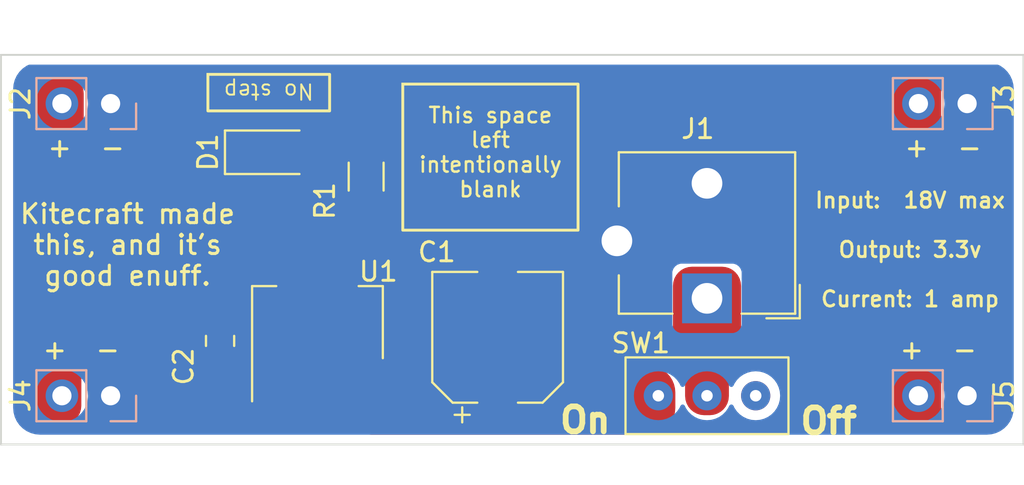
<source format=kicad_pcb>
(kicad_pcb (version 20211014) (generator pcbnew)
  (layers (0 "F.Cu" signal) (31 "B.Cu" signal) (34 "B.Paste" user) (35 "F.Paste" user) (36 "B.SilkS" user "B.Silkscreen") (37 "F.SilkS" user "F.Silkscreen") (38 "B.Mask" user) (39 "F.Mask" user) (44 "Edge.Cuts" user))
  (net 0 "")
  (net 1 "VCC")
  (net 2 "GND")
  (net 3 "+3V3")
  (net 4 "Net-(D1-Pad2)")
  (net 5 "Net-(J1-Pad1)")
  (footprint "Capacitor_SMD:CP_Elec_6.3x5.9" (layer "F.Cu") (at 124.968 108.712 90)
    (fp_text reference "C1" (at 4.445 -3.175 180) (layer "F.SilkS"))
    (fp_text value "C_Polarized")
    (fp_line (start -4.04375 -2.24125) (end -4.04375 -1.45375) (layer "F.SilkS") (width 0.12))
    (fp_line (start -3.41 -2.345563) (end -2.345563 -3.41) (layer "F.SilkS") (width 0.12))
    (fp_line (start 3.41 3.41) (end 3.41 1.06) (layer "F.SilkS") (width 0.12))
    (fp_line (start -4.4375 -1.8475) (end -3.65 -1.8475) (layer "F.SilkS") (width 0.12))
    (fp_line (start -2.345563 -3.41) (end 3.41 -3.41) (layer "F.SilkS") (width 0.12))
    (fp_line (start 3.41 -3.41) (end 3.41 -1.06) (layer "F.SilkS") (width 0.12))
    (fp_line (start -3.41 2.345563) (end -3.41 1.06) (layer "F.SilkS") (width 0.12))
    (fp_line (start -3.41 2.345563) (end -2.345563 3.41) (layer "F.SilkS") (width 0.12))
    (fp_line (start -3.41 -2.345563) (end -3.41 -1.06) (layer "F.SilkS") (width 0.12))
    (fp_line (start -2.345563 3.41) (end 3.41 3.41) (layer "F.SilkS") (width 0.12))
    (pad "1" smd roundrect (at -2.8 0 90) (size 3.5 1.6) (layers "F.Cu" "F.Paste" "F.Mask") (roundrect_rratio 0.15625) (net 1 "VCC"))
    (pad "2" smd roundrect (at 2.8 0 90) (size 3.5 1.6) (layers "F.Cu" "F.Paste" "F.Mask") (roundrect_rratio 0.15625) (net 2 "GND"))
  )
  (footprint "Kitecraft_Terminal_Blocks:BarrelJack_CUI_PJ-102AH_Horizontal_3_Pin_Short" (layer "F.Cu") (at 135.89 106.68 180)
    (fp_text reference "J1" (at 0.4776 8.8392) (layer "F.SilkS"))
    (fp_text value "Barrel_Jack_MountingPin")
    (fp_line (start -4.84 0.7) (end -4.84 -1.04) (layer "F.SilkS") (width 0.12))
    (fp_line (start -4.6 7.62) (end -4.6 -0.8) (layer "F.SilkS") (width 0.12))
    (fp_line (start -4.6 -0.8) (end -1.8 -0.8) (layer "F.SilkS") (width 0.12))
    (fp_line (start -4.84 -1.04) (end -3.1 -1.04) (layer "F.SilkS") (width 0.12))
    (fp_line (start 4.6 4.8) (end 4.6 7.62) (layer "F.SilkS") (width 0.12))
    (fp_line (start 4.6 7.62) (end -4.6 7.62) (layer "F.SilkS") (width 0.12))
    (fp_line (start 1.8 -0.8) (end 4.6 -0.8) (layer "F.SilkS") (width 0.12))
    (fp_line (start 4.6 -0.8) (end 4.6 1.2) (layer "F.SilkS") (width 0.12))
    (pad "1" thru_hole rect (at 0 0 180) (size 2.6 2.6) (drill 1.6) (layers *.Cu *.Mask) (net 5 "Net-(J1-Pad1)"))
    (pad "2" thru_hole circle (at 0 6 180) (size 2.6 2.6) (drill 1.6) (layers *.Cu *.Mask) (net 2 "GND"))
    (pad "MP" thru_hole circle (at 4.7 3 180) (size 2.6 2.6) (drill 1.6) (layers *.Cu *.Mask) (net 2 "GND"))
  )
  (footprint "Package_TO_SOT_SMD:SOT-223" (layer "F.Cu") (at 115.57 107.95 90)
    (fp_text reference "U1" (at 2.667 3.175 180) (layer "F.SilkS"))
    (fp_text value "NCP1117ST33T3G")
    (fp_line (start -1.85 3.41) (end 1.91 3.41) (layer "F.SilkS") (width 0.12))
    (fp_line (start -4.1 -3.41) (end 1.91 -3.41) (layer "F.SilkS") (width 0.12))
    (fp_line (start 1.91 -3.41) (end 1.91 -2.15) (layer "F.SilkS") (width 0.12))
    (fp_line (start 1.91 3.41) (end 1.91 2.15) (layer "F.SilkS") (width 0.12))
    (pad "1" smd rect (at -3.15 -2.3 90) (size 2 1.5) (layers "F.Cu" "F.Paste" "F.Mask") (net 2 "GND"))
    (pad "2" smd rect (at -3.15 0 90) (size 2 1.5) (layers "F.Cu" "F.Paste" "F.Mask") (net 3 "+3V3"))
    (pad "3" smd rect (at -3.15 2.3 90) (size 2 1.5) (layers "F.Cu" "F.Paste" "F.Mask") (net 1 "VCC"))
    (pad "4" smd rect (at 3.15 0 90) (size 2 3.8) (layers "F.Cu" "F.Paste" "F.Mask") (net 3 "+3V3"))
  )
  (footprint "Kitecraft_Switches:SPDT_Switch_3mm" (layer "F.Cu") (at 135.89 111.76 180)
    (fp_text reference "SW1" (at 3.4544 2.7432 unlocked) (layer "F.SilkS"))
    (fp_text value "SW_SPDT")
    (fp_rect (start 4.25 -2) (end -4.25 2) (layer "F.SilkS") (width 0.12) (fill none))
    (pad "1" thru_hole circle (at -2.54 0 180) (size 1.524 1.524) (drill 0.6) (layers *.Cu *.Mask))
    (pad "2" thru_hole circle (at 0 0 180) (size 1.524 1.524) (drill 0.6) (layers *.Cu *.Mask) (net 5 "Net-(J1-Pad1)"))
    (pad "3" thru_hole circle (at 2.54 0 180) (size 1.524 1.524) (drill 0.6) (layers *.Cu *.Mask) (net 1 "VCC"))
  )
  (footprint "LED_SMD:LED_1206_3216Metric" (layer "F.Cu") (at 113.03 99.06)
    (fp_text reference "D1" (at -3.175 0 90) (layer "F.SilkS"))
    (fp_text value "LED")
    (fp_line (start 1.6 -1.135) (end -2.285 -1.135) (layer "F.SilkS") (width 0.12))
    (fp_line (start -2.285 -1.135) (end -2.285 1.135) (layer "F.SilkS") (width 0.12))
    (fp_line (start -2.285 1.135) (end 1.6 1.135) (layer "F.SilkS") (width 0.12))
    (pad "1" smd roundrect (at -1.4 0) (size 1.25 1.75) (layers "F.Cu" "F.Paste" "F.Mask") (roundrect_rratio 0.2) (net 2 "GND"))
    (pad "2" smd roundrect (at 1.4 0) (size 1.25 1.75) (layers "F.Cu" "F.Paste" "F.Mask") (roundrect_rratio 0.2) (net 4 "Net-(D1-Pad2)"))
  )
  (footprint "Resistor_SMD:R_1206_3216Metric" (layer "F.Cu") (at 118.11 100.33 90)
    (fp_text reference "R1" (at -1.27 -2.154 270) (layer "F.SilkS"))
    (fp_text value "47R")
    (fp_line (start -0.727064 0.91) (end 0.727064 0.91) (layer "F.SilkS") (width 0.12))
    (fp_line (start -0.727064 -0.91) (end 0.727064 -0.91) (layer "F.SilkS") (width 0.12))
    (pad "1" smd roundrect (at -1.4625 0 90) (size 1.125 1.75) (layers "F.Cu" "F.Paste" "F.Mask") (roundrect_rratio 0.2222222222) (net 3 "+3V3"))
    (pad "2" smd roundrect (at 1.4625 0 90) (size 1.125 1.75) (layers "F.Cu" "F.Paste" "F.Mask") (roundrect_rratio 0.2222222222) (net 4 "Net-(D1-Pad2)"))
  )
  (footprint "Capacitor_SMD:C_0805_2012Metric" (layer "F.Cu") (at 110.49 108.9 -90)
    (fp_text reference "C2" (at 1.336 1.905 90) (layer "F.SilkS"))
    (fp_text value "C_Polarized")
    (fp_line (start -0.261252 -0.735) (end 0.261252 -0.735) (layer "F.SilkS") (width 0.12))
    (fp_line (start -0.261252 0.735) (end 0.261252 0.735) (layer "F.SilkS") (width 0.12))
    (pad "1" smd roundrect (at -0.95 0 270) (size 1 1.45) (layers "F.Cu" "F.Paste" "F.Mask") (net 3 "+3V3"))
    (pad "2" smd roundrect (at 0.95 0 270) (size 1 1.45) (layers "F.Cu" "F.Paste" "F.Mask") (net 2 "GND"))
  )
  (footprint "Connector_PinHeader_2.54mm:PinHeader_1x02_P2.54mm_Vertical" (layer "B.Cu") (at 104.78 111.76 90)
    (fp_text reference "J4" (at 0 -4.704 90) (layer "F.SilkS"))
    (fp_text value "Conn_01x02")
    (fp_line (start 1.33 -1.27) (end 1.33 -3.87) (layer "B.SilkS") (width 0.12))
    (fp_line (start -1.33 -1.27) (end 1.33 -1.27) (layer "B.SilkS") (width 0.12))
    (fp_line (start -1.33 -3.87) (end 1.33 -3.87) (layer "B.SilkS") (width 0.12))
    (fp_line (start -1.33 1.33) (end 0 1.33) (layer "B.SilkS") (width 0.12))
    (fp_line (start -1.33 -1.27) (end -1.33 -3.87) (layer "B.SilkS") (width 0.12))
    (fp_line (start -1.33 0) (end -1.33 1.33) (layer "B.SilkS") (width 0.12))
    (pad "1" thru_hole rect (at 0 0 90) (size 1.7 1.7) (drill 1) (layers *.Cu *.Mask) (net 2 "GND"))
    (pad "2" thru_hole oval (at 0 -2.54 90) (size 1.7 1.7) (drill 1) (layers *.Cu *.Mask) (net 3 "+3V3"))
  )
  (footprint "Connector_PinHeader_2.54mm:PinHeader_1x02_P2.54mm_Vertical" (layer "B.Cu") (at 149.4586 111.76 90)
    (fp_text reference "J5" (at -0.0508 1.9254 90) (layer "F.SilkS"))
    (fp_text value "Conn_01x02")
    (fp_line (start 1.33 -1.27) (end 1.33 -3.87) (layer "B.SilkS") (width 0.12))
    (fp_line (start -1.33 0) (end -1.33 1.33) (layer "B.SilkS") (width 0.12))
    (fp_line (start -1.33 -1.27) (end -1.33 -3.87) (layer "B.SilkS") (width 0.12))
    (fp_line (start -1.33 -3.87) (end 1.33 -3.87) (layer "B.SilkS") (width 0.12))
    (fp_line (start -1.33 -1.27) (end 1.33 -1.27) (layer "B.SilkS") (width 0.12))
    (fp_line (start -1.33 1.33) (end 0 1.33) (layer "B.SilkS") (width 0.12))
    (pad "1" thru_hole rect (at 0 0 90) (size 1.7 1.7) (drill 1) (layers *.Cu *.Mask) (net 2 "GND"))
    (pad "2" thru_hole oval (at 0 -2.54 90) (size 1.7 1.7) (drill 1) (layers *.Cu *.Mask) (net 3 "+3V3"))
  )
  (footprint "Connector_PinHeader_2.54mm:PinHeader_1x02_P2.54mm_Vertical" (layer "B.Cu") (at 149.4586 96.52 90)
    (fp_text reference "J3" (at 0.1524 1.9254 90) (layer "F.SilkS"))
    (fp_text value "Conn_01x02")
    (fp_line (start 1.33 -1.27) (end 1.33 -3.87) (layer "B.SilkS") (width 0.12))
    (fp_line (start -1.33 0) (end -1.33 1.33) (layer "B.SilkS") (width 0.12))
    (fp_line (start -1.33 1.33) (end 0 1.33) (layer "B.SilkS") (width 0.12))
    (fp_line (start -1.33 -3.87) (end 1.33 -3.87) (layer "B.SilkS") (width 0.12))
    (fp_line (start -1.33 -1.27) (end -1.33 -3.87) (layer "B.SilkS") (width 0.12))
    (fp_line (start -1.33 -1.27) (end 1.33 -1.27) (layer "B.SilkS") (width 0.12))
    (pad "1" thru_hole rect (at 0 0 90) (size 1.7 1.7) (drill 1) (layers *.Cu *.Mask) (net 2 "GND"))
    (pad "2" thru_hole oval (at 0 -2.54 90) (size 1.7 1.7) (drill 1) (layers *.Cu *.Mask) (net 3 "+3V3"))
  )
  (footprint "Connector_PinHeader_2.54mm:PinHeader_1x02_P2.54mm_Vertical" (layer "B.Cu") (at 104.78 96.52 90)
    (fp_text reference "J2" (at 0 -4.704 90) (layer "F.SilkS"))
    (fp_text value "Conn_01x02")
    (fp_line (start -1.33 -3.87) (end 1.33 -3.87) (layer "B.SilkS") (width 0.12))
    (fp_line (start -1.33 1.33) (end 0 1.33) (layer "B.SilkS") (width 0.12))
    (fp_line (start 1.33 -1.27) (end 1.33 -3.87) (layer "B.SilkS") (width 0.12))
    (fp_line (start -1.33 -1.27) (end -1.33 -3.87) (layer "B.SilkS") (width 0.12))
    (fp_line (start -1.33 0) (end -1.33 1.33) (layer "B.SilkS") (width 0.12))
    (fp_line (start -1.33 -1.27) (end 1.33 -1.27) (layer "B.SilkS") (width 0.12))
    (pad "1" thru_hole rect (at 0 0 90) (size 1.7 1.7) (drill 1) (layers *.Cu *.Mask) (net 2 "GND"))
    (pad "2" thru_hole oval (at 0 -2.54 90) (size 1.7 1.7) (drill 1) (layers *.Cu *.Mask) (net 3 "+3V3"))
  )
  (gr_rect (start 120.02 95.504) (end 129.164 103.124) (layer "F.SilkS") (width 0.15) (fill none))
  (gr_rect (start 109.855 94.996) (end 116.205 96.901) (layer "F.SilkS") (width 0.15) (fill none))
  (gr_line (start 152.4 93.98) (end 152.4 114.3) (layer "Edge.Cuts") (width 0.1))
  (gr_line (start 99.06 93.98) (end 152.4 93.98) (layer "Edge.Cuts") (width 0.1))
  (gr_line (start 99.06 114.3) (end 152.4 114.3) (layer "Edge.Cuts") (width 0.1))
  (gr_line (start 99.06 114.3) (end 99.06 93.98) (layer "Edge.Cuts") (width 0.1))
  (gr_text "Off" (at 142.24 113.0808) (layer "F.SilkS") (effects (font (size 1.3 1.3) (thickness 0.3))))
  (gr_text "This space\nleft\nintentionally\nblank" (at 124.592 99.06) (layer "F.SilkS") (effects (font (size 0.8 0.8) (thickness 0.13))))
  (gr_text "+  -" (at 103.251 109.347) (layer "F.SilkS") (effects (font (size 1 1))))
  (gr_text "On" (at 129.54 113.03) (layer "F.SilkS") (effects (font (size 1.3 1.3) (thickness 0.3))))
  (gr_text "+  -" (at 103.505 98.806) (layer "F.SilkS") (effects (font (size 1 1))))
  (gr_text "Input:  18V max\n\nOutput: 3.3v\n\nCurrent: 1 amp" (at 146.4818 104.14) (layer "F.SilkS") (effects (font (size 0.8 0.8))))
  (gr_text "+  -" (at 148.209 98.806) (layer "F.SilkS") (effects (font (size 1 1))))
  (gr_text "+  -" (at 147.955 109.347) (layer "F.SilkS") (effects (font (size 1 1))))
  (gr_text "Kitecraft made\nthis, and it's\ngood enuff." (at 105.664 103.886) (layer "F.SilkS") (effects (font (size 1 1) (thickness 0.16))))
  (gr_text "No step" (at 113.03 95.885 180) (layer "F.SilkS") (effects (font (size 0.8 0.8) (thickness 0.1))))
  (zone (net 3) (net_name "+3V3") (layer "F.Cu") (connect_pads yes (clearance 0.508)) (min_thickness 0.254) (fill yes (thermal_gap 0.508) (thermal_bridge_width 0.508) (smoothing fillet) (radius 1))
    (polygon (pts (xy 120.777 108.585) (xy 117.983 108.585) (xy 116.459 108.966) (xy 116.459 112.649) (xy 114.681 112.649) (xy 114.681 108.966) (xy 113.411 108.585) (xy 109.093 108.585) (xy 109.093 100.838) (xy 120.777 100.838)))
  )
  (zone (net 1) (net_name "VCC") (layer "F.Cu") (connect_pads yes (clearance 0.508)) (min_thickness 0.254) (fill yes (thermal_gap 0.508) (thermal_bridge_width 0.508) (smoothing fillet) (radius 1.4))
    (polygon (pts (xy 134.239 110.363) (xy 134.239 113.792) (xy 116.967 113.792) (xy 116.967 109.22) (xy 125.476 109.22)))
  )
  (zone (net 3) (net_name "+3V3") (layer "F.Cu") (connect_pads yes (clearance 0.508)) (min_thickness 0.254) (fill yes (thermal_gap 0.508) (thermal_bridge_width 0.508) (smoothing fillet) (radius 1))
    (polygon (pts (xy 147.295744 102.517078) (xy 145.542 102.489) (xy 139.7 98.787739) (xy 127.889 98.679) (xy 123.19 101.092) (xy 123.19 108.585) (xy 120.015 108.585) (xy 120.015 94.996) (xy 147.32 94.996)))
  )
  (zone (net 4) (net_name "Net-(D1-Pad2)") (layer "F.Cu") (connect_pads yes (clearance 0.508)) (min_thickness 0.254) (fill yes (thermal_gap 0.508) (thermal_bridge_width 0.508) (smoothing fillet) (radius 1))
    (polygon (pts (xy 119.507 100.203) (xy 113.538 100.203) (xy 113.538 97.917) (xy 119.507 97.917)))
  )
  (zone (net 2) (net_name "GND") (layer "F.Cu") (connect_pads yes (clearance 0.508)) (min_thickness 0.254) (fill yes (thermal_gap 0.508) (thermal_bridge_width 0.508) (smoothing fillet) (radius 0.6))
    (polygon (pts (xy 112.527 100.076) (xy 105.288 100.076) (xy 103.886 98.552) (xy 103.886 94.615) (xy 112.522 94.615)))
  )
  (zone (net 2) (net_name "GND") (layer "F.Cu") (connect_pads yes (clearance 0.508)) (min_thickness 0.254) (fill yes (thermal_gap 0.508) (thermal_bridge_width 0.508) (smoothing fillet) (radius 0.6))
    (polygon (pts (xy 114.046 113.284) (xy 103.8098 113.284) (xy 103.8098 110.744) (xy 108.966 109.22) (xy 114.046 109.22)))
  )
  (zone (net 3) (net_name "+3V3") (layer "F.Cu") (connect_pads yes (clearance 0.508)) (min_thickness 0.254) (fill yes (thermal_gap 0.508) (thermal_bridge_width 0.508) (smoothing fillet) (radius 1))
    (polygon (pts (xy 148.209 94.996) (xy 148.209 113.284) (xy 145.542 113.284) (xy 145.542 94.996)))
  )
  (zone (net 2) (net_name "GND") (layer "F.Cu") (connect_pads yes (clearance 0.508)) (min_thickness 0.254) (fill yes (thermal_gap 0.508) (thermal_bridge_width 0.508) (smoothing fillet) (radius 1))
    (polygon (pts (xy 132.842 102.362) (xy 132.842 102.87) (xy 132.842 107.95) (xy 123.825 107.95) (xy 123.825 101.346) (xy 131.953 101.346) (xy 132.207 101.346) (xy 132.842 101.346)))
  )
  (zone (net 3) (net_name "+3V3") (layer "F.Cu") (connect_pads yes (clearance 0.508)) (min_thickness 0.254) (fill yes (thermal_gap 0.508) (thermal_bridge_width 0.508) (smoothing fillet) (radius 1))
    (polygon (pts (xy 103.378 99.949) (xy 104.394 100.863385) (xy 111.5822 100.86308) (xy 111.587059 108.58347) (xy 109.093 108.608011) (xy 103.255859 110.362789) (xy 103.251 113.283789) (xy 100.838 113.284) (xy 100.838 94.996) (xy 103.378 94.996)))
  )
  (zone (net 5) (net_name "Net-(J1-Pad1)") (layer "F.Cu") (connect_pads yes (clearance 0.508)) (min_thickness 0.254) (fill yes (thermal_gap 0.508) (thermal_bridge_width 0.508) (smoothing fillet) (radius 1))
    (polygon (pts (xy 137.668 108.712) (xy 137.033 109.728) (xy 137.033 112.776) (xy 134.747 112.776) (xy 134.747 109.728) (xy 134.112 108.712) (xy 134.112 105.029) (xy 137.668 105.029)))
  )
  (zone (net 2) (net_name "GND") (layer "B.Cu") (connect_pads yes (clearance 0.508)) (min_thickness 0.254) (fill yes (thermal_gap 0.508) (thermal_bridge_width 0.508) (smoothing fillet) (radius 1.4))
    (polygon (pts (xy 151.892 113.792) (xy 99.695 113.792) (xy 99.695 94.361) (xy 151.892 94.361)))
  )
)
</source>
